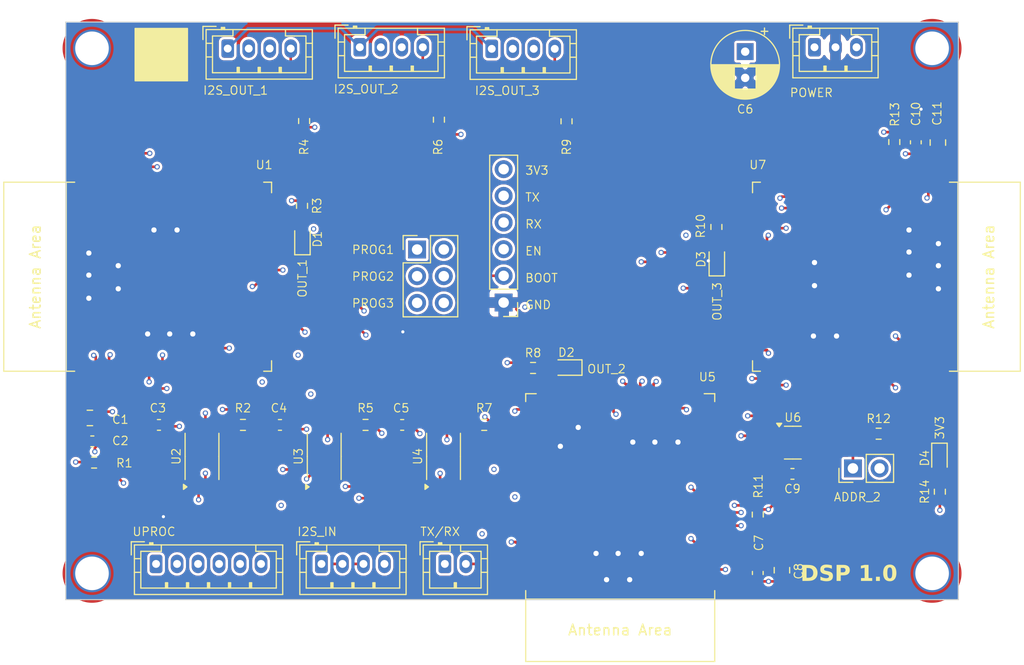
<source format=kicad_pcb>
(kicad_pcb (version 20240108) (generator "pcbnew") (generator_version "8.0")
  (layers (0 "F.Cu" signal) (1 "In1.Cu" signal) (2 "In2.Cu" signal) (31 "B.Cu" signal) (34 "B.Paste" user) (35 "F.Paste" user) (36 "B.SilkS" user "B.Silkscreen") (37 "F.SilkS" user "F.Silkscreen") (38 "B.Mask" user) (39 "F.Mask" user) (44 "Edge.Cuts" user))
  (net 0 "")
  (net 1 "GND")
  (net 2 "3V3")
  (net 3 "5V")
  (net 4 "Net-(D2-A)")
  (net 5 "I2S_IN_LRCLK")
  (net 6 "I2S_IN_DATA")
  (net 7 "I2S_IN_BCLK")
  (net 8 "I2S_OUT_1_DATA")
  (net 9 "I2S_OUT_2_DATA")
  (net 10 "I2S_OUT_3_DATA")
  (net 11 "I2S_IN_MCLK")
  (net 12 "Net-(D4-A)")
  (net 13 "EN1")
  (net 14 "EN")
  (net 15 "TX")
  (net 16 "RX")
  (net 17 "BOOT")
  (net 19 "ADDR")
  (net 20 "SCL")
  (net 21 "SDA")
  (net 22 "PROCESS_1")
  (net 23 "PROCESS_2")
  (net 24 "PROCESS_3")
  (net 25 "Net-(D1-A)")
  (net 26 "Net-(D3-A)")
  (net 45 "EN2")
  (net 46 "EN3")
  (net 47 "Net-(U3-OUT2)")
  (net 53 "Net-(U1-GPIO4{slash}TOUCH4{slash}ADC1_CH3)")
  (net 54 "I2S_BCLK")
  (net 55 "I2S_MCLK")
  (net 56 "I2S_LRCLK")
  (net 57 "I2S_OUT_MCLK")
  (net 60 "I2S_OUT_BCLK")
  (net 61 "I2S_OUT_LRCLK")
  (net 62 "Net-(U4-OUT2)")
  (net 63 "Net-(U2-OUT2)")
  (net 64 "Net-(U5-GPIO4{slash}TOUCH4{slash}ADC1_CH3)")
  (net 65 "Net-(U7-GPIO4{slash}TOUCH4{slash}ADC1_CH3)")
  (footprint "MountingHole:MountingHole_3.2mm_M3_DIN965_Pad_TopOnly" (layer "F.Cu") (at 31.1364 29.765)
    (property "Reference" "H1" (hide yes))
    (property "Value" "MountingHole")
  )
  (footprint "Connector_JST:JST_PH_B6B-PH-K_1x06_P2.00mm_Vertical" (layer "F.Cu") (at 37.2364 78.865)
    (property "Reference" "J1" (hide yes))
    (property "Value" "Conn_01x06_Pin")
  )
  (footprint "MountingHole:MountingHole_3.2mm_M3_DIN965_Pad_TopOnly" (layer "F.Cu") (at 111.1364 29.765)
    (property "Reference" "H3" (hide yes))
    (property "Value" "MountingHole")
  )
  (footprint "Resistor_SMD:R_0603_1608Metric" (layer "F.Cu") (at 90.5964 46.7775 -90)
    (property "Reference" "R10")
    (property "Value" "150R")
  )
  (footprint "Capacitor_SMD:C_0805_2012Metric_Pad1.18x1.45mm_HandSolder" (layer "F.Cu") (at 111.6864 38.74 90)
    (property "Reference" "C11")
    (property "Value" "10u")
  )
  (footprint "Resistor_SMD:R_0603_1608Metric" (layer "F.Cu") (at 64.1739 36.565 90)
    (property "Reference" "R6")
    (property "Value" "22R")
  )
  (footprint "Resistor_SMD:R_0603_1608Metric" (layer "F.Cu") (at 73.1364 60.205)
    (property "Reference" "R8")
    (property "Value" "150R")
  )
  (footprint "PCM_Espressif:ESP32-S3-WROOM-1" (layer "F.Cu") (at 81.4364 72.405 180)
    (property "Reference" "U5")
    (property "Value" "ESP32-S3-WROOM-1")
  )
  (footprint "Resistor_SMD:R_0603_1608Metric" (layer "F.Cu") (at 68.4864 65.6275)
    (property "Reference" "R7")
    (property "Value" "22R")
  )
  (footprint "Resistor_SMD:R_0603_1608Metric" (layer "F.Cu") (at 31.3364 69.215)
    (property "Reference" "R1")
    (property "Value" "4.7K")
  )
  (footprint "MountingHole:MountingHole_3.2mm_M3_DIN965_Pad_TopOnly" (layer "F.Cu") (at 111.1364 79.765)
    (property "Reference" "H4" (hide yes))
    (property "Value" "MountingHole")
  )
  (footprint "Connector_JST:JST_PH_B4B-PH-K_1x04_P2.00mm_Vertical" (layer "F.Cu") (at 69.2031 29.815)
    (property "Reference" "J7" (hide yes))
    (property "Value" "Conn_01x04_Pin")
  )
  (footprint "Resistor_SMD:R_0603_1608Metric" (layer "F.Cu") (at 57.1864 65.6275)
    (property "Reference" "R5")
    (property "Value" "22R")
  )
  (footprint "PCM_Espressif:ESP32-S3-WROOM-1" (layer "F.Cu") (at 103.7864 51.515 -90)
    (property "Reference" "U7")
    (property "Value" "ESP32-S3-WROOM-1")
  )
  (footprint "PCM_Espressif:ESP32-S3-WROOM-1" (layer "F.Cu") (at 38.4864 51.515 90)
    (property "Reference" "U1")
    (property "Value" "ESP32-S3-WROOM-1")
  )
  (footprint "Connector_PinHeader_2.54mm:PinHeader_1x02_P2.54mm_Vertical" (layer "F.Cu") (at 103.5964 69.765 90)
    (property "Reference" "J10" (hide yes))
    (property "Value" "Conn_01x02_Pin")
  )
  (footprint "Resistor_SMD:R_0603_1608Metric" (layer "F.Cu") (at 111.8764 71.99 90)
    (property "Reference" "R14")
    (property "Value" "150R")
  )
  (footprint "Capacitor_SMD:C_0805_2012Metric_Pad1.18x1.45mm_HandSolder" (layer "F.Cu") (at 96.8364 79.465 90)
    (property "Reference" "C8")
    (property "Value" "10u")
  )
  (footprint "Capacitor_SMD:C_0603_1608Metric_Pad1.08x0.95mm_HandSolder" (layer "F.Cu") (at 97.8364 70.29 180)
    (property "Reference" "C9")
    (property "Value" "0.1u")
  )
  (footprint "Capacitor_SMD:C_0603_1608Metric_Pad1.08x0.95mm_HandSolder" (layer "F.Cu") (at 49.0364 65.6275 180)
    (property "Reference" "C4")
    (property "Value" "0.1u")
  )
  (footprint "Connector_JST:JST_PH_B3B-PH-K_1x03_P2.00mm_Vertical" (layer "F.Cu") (at 99.9364 29.665)
    (property "Reference" "J9" (hide yes))
    (property "Value" "Conn_01x03_Pin")
  )
  (footprint "Package_TO_SOT_SMD:SOT-23-6" (layer "F.Cu") (at 97.8739 67.315)
    (property "Reference" "U6")
    (property "Value" "TMP100")
  )
  (footprint "Resistor_SMD:R_0603_1608Metric" (layer "F.Cu") (at 45.5114 65.6275)
    (property "Reference" "R2")
    (property "Value" "22R")
  )
  (footprint "Connector_JST:JST_PH_B4B-PH-K_1x04_P2.00mm_Vertical" (layer "F.Cu") (at 52.9864 78.865)
    (property "Reference" "J3" (hide yes))
    (property "Value" "Conn_01x04_Pin")
  )
  (footprint "Resistor_SMD:R_0603_1608Metric" (layer "F.Cu") (at 107.5364 38.69 -90)
    (property "Reference" "R13")
    (property "Value" "4.7K")
  )
  (footprint "Capacitor_SMD:C_0603_1608Metric_Pad1.08x0.95mm_HandSolder" (layer "F.Cu") (at 31.1664 67.19 180)
    (property "Reference" "C2")
    (property "Value" "0.1u")
  )
  (footprint "MountingHole:MountingHole_3.2mm_M3_DIN965_Pad_TopOnly" (layer "F.Cu") (at 31.1364 79.765)
    (property "Reference" "H2" (hide yes))
    (property "Value" "MountingHole")
  )
  (footprint "Connector_JST:JST_PH_B4B-PH-K_1x04_P2.00mm_Vertical" (layer "F.Cu") (at 56.6364 29.665)
    (property "Reference" "J4" (hide yes))
    (property "Value" "Conn_01x04_Pin")
  )
  (footprint "Connector_PinHeader_2.54mm:PinHeader_2x03_P2.54mm_Vertical" (layer "F.Cu") (at 62.0964 48.925)
    (property "Reference" "J5" (hide yes))
    (property "Value" "Conn_02x03_Odd_Even")
  )
  (footprint "Diode_SMD:D_0603_1608Metric" (layer "F.Cu") (at 111.8364 68.8525 -90)
    (property "Reference" "D4")
    (property "Value" "BLUE")
  )
  (footprint "Connector_PinHeader_2.54mm:PinHeader_1x06_P2.54mm_Vertical" (layer "F.Cu") (at 70.3364 53.975 180)
    (property "Reference" "J8" (hide yes))
    (property "Value" "Conn_01x06_Pin")
  )
  (footprint "Capacitor_THT:CP_Radial_D6.3mm_P2.50mm" (layer "F.Cu") (at 93.3364 30.082621 -90)
    (property "Reference" "C6")
    (property "Value" "220u")
  )
  (footprint "Diode_SMD:D_0603_1608Metric" (layer "F.Cu") (at 76.3114 60.165 180)
    (property "Reference" "D2")
    (property "Value" "BLUE")
  )
  (footprint "Capacitor_SMD:C_0805_2012Metric_Pad1.18x1.45mm_HandSolder" (layer "F.Cu") (at 30.9364 64.965 180)
    (property "Reference" "C1")
    (property "Value" "10u")
  )
  (footprint "Connector_JST:JST_PH_B2B-PH-K_1x02_P2.00mm_Vertical" (layer "F.Cu") (at 64.7364 78.865)
    (property "Reference" "J6" (hide yes))
    (property "Value" "Conn_01x02_Pin")
  )
  (footprint "Capacitor_SMD:C_0603_1608Metric_Pad1.08x0.95mm_HandSolder" (layer "F.Cu") (at 94.5364 79.7275 90)
    (property "Reference" "C7")
    (property "Value" "0.1u")
  )
  (footprint "Capacitor_SMD:C_0603_1608Metric_Pad1.08x0.95mm_HandSolder" (layer "F.Cu") (at 60.6739 65.6275 180)
    (property "Reference" "C5")
    (property "Value" "0.1u")
  )
  (footprint "Resistor_SMD:R_0603_1608Metric" (layer "F.Cu") (at 76.3241 36.715 90)
    (property "Reference" "R9")
    (property "Value" "22R")
  )
  (footprint "Capacitor_SMD:C_0603_1608Metric_Pad1.08x0.95mm_HandSolder" (layer "F.Cu") (at 37.5114 65.6275 180)
    (property "Reference" "C3")
    (property "Value" "0.1u")
  )
  (footprint "Capacitor_SMD:C_0603_1608Metric_Pad1.08x0.95mm_HandSolder" (layer "F.Cu") (at 109.5864 38.715 90)
    (property "Reference" "C10")
    (property "Value" "0.1u")
  )
  (footprint "Package_SO:TSSOP-8_4.4x3mm_P0.65mm" (layer "F.Cu") (at 64.6114 68.6275 90)
    (property "Reference" "U4")
    (property "Value" "PI6CV304")
  )
  (footprint "Diode_SMD:D_0603_1608Metric" (layer "F.Cu") (at 90.6364 49.9525 90)
    (property "Reference" "D3")
    (property "Value" "BLUE")
  )
  (footprint "Package_SO:TSSOP-8_4.4x3mm_P0.65mm" (layer "F.Cu") (at 41.6114 68.6275 90)
    (property "Reference" "U2")
    (property "Value" "PI6CV304")
  )
  (footprint "Diode_SMD:D_0603_1608Metric" (layer "F.Cu") (at 51.1764 47.94 90)
    (property "Reference" "D1")
    (property "Value" "BLUE")
  )
  (footprint "Connector_JST:JST_PH_B4B-PH-K_1x04_P2.00mm_Vertical" (layer "F.Cu") (at 44.0614 29.79)
    (property "Reference" "J2" (hide yes))
    (property "Value" "Conn_01x04_Pin")
  )
  (footprint "Package_SO:TSSOP-8_4.4x3mm_P0.65mm" (layer "F.Cu") (at 53.2489 68.6275 90)
    (property "Reference" "U3")
    (property "Value" "PI6CV304")
  )
  (footprint "Resistor_SMD:R_0603_1608Metric" (layer "F.Cu") (at 106.0464 66.465)
    (property "Reference" "R12")
    (property "Value" "4.7K")
  )
  (footprint "Resistor_SMD:R_0603_1608Metric" (layer "F.Cu") (at 51.3364 36.69 90)
    (property "Reference" "R4")
    (property "Value" "22R")
  )
  (footprint "Resistor_SMD:R_0603_1608Metric" (layer "F.Cu") (at 94.5364 74.165 -90)
    (property "Reference" "R11")
    (property "Value" "4.7K")
  )
  (footprint "Resistor_SMD:R_0603_1608Metric" (layer "F.Cu") (at 51.1364 44.765 -90)
    (property "Reference" "R3")
    (property "Value" "150R")
  )
  (gr_rect (start 35.2364 27.865) (end 40.2364 32.865) (stroke (width 0.1)) (fill solid) (layer "F.SilkS"))
  (gr_line (start 28.6364 72.265) (end 28.6364 27.265) (stroke (width 0.1)) (layer "Edge.Cuts"))
  (gr_line (start 28.6364 82.265) (end 28.6364 72.265) (stroke (width 0.1)) (layer "Edge.Cuts"))
  (gr_line (start 113.6364 82.265) (end 113.6364 27.265) (stroke (width 0.1)) (layer "Edge.Cuts"))
  (gr_line (start 28.6364 27.265) (end 113.6364 27.265) (stroke (width 0.1)) (layer "Edge.Cuts"))
  (gr_line (start 28.6364 82.265) (end 113.6364 82.265) (stroke (width 0.1)) (layer "Edge.Cuts"))
  (gr_text "3V3" (at 112.3364 67.065 90) (layer "F.SilkS") (effects (font (size 0.8 0.8) (thickness 0.1)) (justify left bottom)))
  (gr_text "DSP 1.0" (at 107.8364 80.74 0) (layer "F.SilkS") (effects (font (size 1.5 1.5) (thickness 0.1) (bold yes)) (justify right bottom)))
  (gr_text "I2S_OUT_3" (at 67.5364 34.265 0) (layer "F.SilkS") (effects (font (size 0.8 0.8) (thickness 0.1)) (justify left bottom)))
  (gr_text "I2S_IN" (at 50.6364 76.265 0) (layer "F.SilkS") (effects (font (size 0.8 0.8) (thickness 0.1)) (justify left bottom)))
  (gr_text "ADDR_2" (at 101.7214 72.965 0) (layer "F.SilkS") (effects (font (size 0.8 0.8) (thickness 0.1)) (justify left bottom)))
  (gr_text "3V3\n" (at 72.3364 41.865 0) (layer "F.SilkS") (effects (font (size 0.8 0.8) (thickness 0.1)) (justify left bottom)))
  (gr_text "OUT_2\n" (at 78.2364 60.773 0) (layer "F.SilkS") (effects (font (size 0.8 0.8) (thickness 0.1)) (justify left bottom)))
  (gr_text "PROG3" (at 55.8364 54.515 0) (layer "F.SilkS") (effects (font (size 0.8 0.8) (thickness 0.1)) (justify left bottom)))
  (gr_text "OUT_1" (at 51.6364 53.565 90) (layer "F.SilkS") (effects (font (size 0.8 0.8) (thickness 0.1)) (justify left bottom)))
  (gr_text "EN" (at 72.3364 49.545 0) (layer "F.SilkS") (effects (font (size 0.8 0.8) (thickness 0.1)) (justify left bottom)))
  (gr_text "PROG1\n" (at 55.8364 49.415 0) (layer "F.SilkS") (effects (font (size 0.8 0.8) (thickness 0.1)) (justify left bottom)))
  (gr_text "BOOT\n" (at 72.3364 52.105 0) (layer "F.SilkS") (effects (font (size 0.8 0.8) (thickness 0.1)) (justify left bottom)))
  (gr_text "OUT_3" (at 91.1364 55.765 90) (layer "F.SilkS") (effects (font (size 0.8 0.8) (thickness 0.1)) (justify left bottom)))
  (gr_text "I2S_OUT_1" (at 41.6614 34.24 0) (layer "F.SilkS") (effects (font (size 0.8 0.8) (thickness 0.1)) (justify left bottom)))
  (gr_text "RX" (at 72.3364 46.985 0) (layer "F.SilkS") (effects (font (size 0.8 0.8) (thickness 0.1)) (justify left bottom)))
  (gr_text "PROG2" (at 55.8364 51.965 0) (layer "F.SilkS") (effects (font (size 0.8 0.8) (thickness 0.1)) (justify left bottom)))
  (gr_text "I2S_OUT_2" (at 54.0989 34.115 0) (layer "F.SilkS") (effects (font (size 0.8 0.8) (thickness 0.1)) (justify left bottom)))
  (gr_text "TX/RX" (at 62.3364 76.265 0) (layer "F.SilkS") (effects (font (size 0.8 0.8) (thickness 0.1)) (justify left bottom)))
  (gr_text "UPROC" (at 34.9364 76.265 0) (layer "F.SilkS") (effects (font (size 0.8 0.8) (thickness 0.1)) (justify left bottom)))
  (gr_text "POWER" (at 97.5364 34.465 0) (layer "F.SilkS") (effects (font (size 0.8 0.8) (thickness 0.1)) (justify left bottom)))
  (gr_text "TX\n" (at 72.3364 44.425 0) (layer "F.SilkS") (effects (font (size 0.8 0.8) (thickness 0.1)) (justify left bottom)))
  (gr_text "GND\n" (at 72.3364 54.665 0) (layer "F.SilkS") (effects (font (size 0.8 0.8) (thickness 0.1)) (justify left bottom)))
  (segment (start 112.8368 40.8479) (end 112.0464 41.6383) (width 0.25) (layer "F.Cu") (net 1))
  (segment (start 38.3598 53.015) (end 38.7731 53.015) (width 0.25) (layer "F.Cu") (net 1))
  (segment (start 103.0864 49.0283) (end 103.4997 48.615) (width 0.25) (layer "F.Cu") (net 1))
  (segment (start 65.5864 71.49) (end 65.5864 70.6128) (width 0.25) (layer "F.Cu") (net 1))
  (segment (start 82.9364 72.945) (end 82.9364 73.5183) (width 0.25) (layer "F.Cu") (net 1))
  (segment (start 58.6036 67.1103) (end 59.0582 67.1103) (width 0.25) (layer "F.Cu") (net 1))
  (segment (start 43.3799 70.6965) (end 40.4073 67.724) (width 0.25) (layer "F.Cu") (net 1))
  (segment (start 70.3364 53.965) (end 71.5631 53.965) (width 0.25) (layer "F.Cu") (net 1))
  (segment (start 36.2087 66.0677) (end 30.3039 66.0677) (width 0.25) (layer "F.Cu") (net 1))
  (segment (start 39.3464 51.615) (end 40.1731 51.615) (width 0.25) (layer "F.Cu") (net 1))
  (segment (start 62.0508 67.0772) (end 59.8114 67.0772) (width 0.25) (layer "F.Cu") (net 1))
  (segment (start 42.9881 57.23) (end 47.9864 57.23) (width 0.25) (layer "F.Cu") (net 1))
  (segment (start 47.9864 44.53) (end 46.9856 44.53) (width 0.25) (layer "F.Cu") (net 1))
  (segment (start 104.3264 50.015) (end 105.7264 50.015) (width 0.25) (layer "F.Cu") (net 1))
  (segment (start 30.2264 64.6375) (end 30.2264 60.265) (width 0.25) (layer "F.Cu") (net 1))
  (segment (start 102.9264 48.765) (end 102.9264 49.0283) (width 0.25) (layer "F.Cu") (net 1))
  (segment (start 92.7364 80.665) (end 94.5364 78.865) (width 0.25) (layer "F.Cu") (net 1))
  (segment (start 112.0464 42.765) (end 112.0464 41.6383) (width 0.25) (layer "F.Cu") (net 1))
  (segment (start 110.0855 35.565) (end 109.5864 36.0641) (width 0.25) (layer "F.Cu") (net 1))
  (segment (start 54.7046 71.0093) (end 54.2239 71.49) (width 0.25) (layer "F.Cu") (net 1))
  (segment (start 82.9364 71.545) (end 84.3364 71.545) (width 0.25) (layer "F.Cu") (net 1))
  (segment (start 74.8498 64.0317) (end 74.4514 64.0317) (width 0.25) (layer "F.Cu") (net 1))
  (segment (start 103.9131 48.615) (end 103.4997 48.615) (width 0.25) (layer "F.Cu") (net 1))
  (segment (start 51.1764 48.7275) (end 49.1131 46.6642) (width 0.25) (layer "F.Cu") (net 1))
  (segment (start 40.1731 51.2166) (end 40.1731 51.615) (width 0.25) (layer "F.Cu") (net 1))
  (segment (start 38.7454 67.724) (end 36.6489 65.6275) (width 0.25) (layer "F.Cu") (net 1))
  (segment (start 59.8114 67.0772) (end 59.8114 65.6275) (width 0.25) (layer "F.Cu") (net 1))
  (segment (start 84.3364 71.545) (end 84.3364 72.1183) (width 0.25) (layer "F.Cu") (net 1))
  (segment (start 102.9264 49.0283) (end 103.0864 49.0283) (width 0.25) (layer "F.Cu") (net 1))
  (segment (start 38.3598 53.015) (end 37.9464 53.015) (width 0.25) (layer "F.Cu") (net 1))
  (segment (start 94.5364 78.865) (end 96.3989 78.865) (width 0.25) (layer "F.Cu") (net 1))
  (segment (start 50.7409 67.0457) (end 49.3171 67.0457) (width 0.25) (layer "F.Cu") (net 1))
  (segment (start 36.5464 54.415) (end 34.9497 54.415) (width 0.25) (layer "F.Cu") (net 1))
  (segment (start 104.3264 50.015) (end 104.3264 50.8417) (width 0.25) (layer "F.Cu") (net 1))
  (segment (start 37.9464 51.615) (end 36.5464 51.615) (width 0.25) (layer "F.Cu") (net 1))
  (segment (start 102.9264 50.015) (end 104.3264 50.015) (width 0.25) (layer "F.Cu") (net 1))
  (segment (start 90.1864 80.665) (end 92.7364 80.665) (width 0.25) (layer "F.Cu") (net 1))
  (segment (start 30.2264 60.265) (end 30.2264 59.1383) (width 0.25) (layer "F.Cu") (net 1))
  (segment (start 30.3039 65.37) (end 30.3039 66.0677) (width 0.25) (layer "F.Cu") (net 1))
  (segment (start 102.9264 49.0283) (end 102.9264 49.4417) (width 0.25) (layer "F.Cu") (net 1))
  (segment (start 81.5364 72.945) (end 82.9364 72.945) (width 0.25) (layer "F.Cu") (net 1))
  (segment (start 82.9364 74.345) (end 84.3364 74.345) (width 0.25) (layer "F.Cu") (net 1))
  (segment (start 39.3464 53.015) (end 39.3464 54.415) (width 0.25) (layer "F.Cu") (net 1))
  (segment (start 54.7046 71.0093) (end 58.6036 67.1103) (width 0.25) (layer "F.Cu") (net 1))
  (segment (start 39.3464 52.6016) (end 39.3464 52.1883) (width 0.25) (layer "F.Cu") (net 1))
  (segment (start 102.9264 51.415) (end 104.3264 51.415) (width 0.25) (layer "F.Cu") (net 1))
  (segment (start 37.9464 53.015) (end 36.5464 53.015) (width 0.25) (layer "F.Cu") (net 1))
  (segment (start 54.7046 71.0093) (end 50.7409 67.0457) (width 0.25) (layer "F.Cu") (net 1))
  (segment (start 75.4856 61.7783) (end 74.4514 61.7783) (width 0.25) (layer "F.Cu") (net 1))
  (segment (start 39.1865 52.6016) (end 38.7731 53.015) (width 0.25) (layer "F.Cu") (net 1))
  (segment (start 39.3464 53.015) (end 39.3464 52.6016) (width 0.25) (layer "F.Cu") (net 1))
  (segment (start 71.5631 54.6292) (end 71.5631 53.965) (width 0.25) (layer "F.Cu") (net 1))
  (segment (start 43.3799 70.6965) (end 48.1739 65.9025) (width 0.25) (layer "F.Cu") (net 1))
  (segment (start 38.7731 54.415) (end 39.3464 54.415) (width 0.25) (layer "F.Cu") (net 1))
  (segment (start 105.7264 51.415) (end 105.7264 52.2417) (width 0.25) (layer "F.Cu") (net 1))
  (segment (start 104.3264 51.415) (end 105.7264 51.415) (width 0.25) (layer "F.Cu") (net 1))
  (segment (start 77.0989 60.165) (end 71.5631 54.6292) (width 0.25) (layer "F.Cu") (net 1))
  (segment (start 39.3464 54.415) (end 40.1731 54.415) (width 0.25) (layer "F.Cu") (net 1))
  (segment (start 38.3598 54.415) (end 37.9464 54.415) (width 0.25) (layer "F.Cu") (net 1))
  (segment (start 82.9364 72.945) (end 84.3364 72.945) (width 0.25) (layer "F.Cu") (net 1))
  (segment (start 59.0582 67.1103) (end 59.0913 67.0772) (width 0.25) (layer "F.Cu") (net 1))
  (segment (start 42.5864 71.49) (end 43.3799 70.6965) (width 0.25) (layer "F.Cu") (net 1))
  (segment (start 102.9264 50.015) (end 102.9264 49.4417) (width 0.25) (layer "F.Cu") (net 1))
  (segment (start 82.9364 71.545) (end 81.5364 71.545) (width 0.25) (layer "F.Cu") (net 1))
  (segment (start 84.3364 72.945) (end 84.3364 72.1183) (width 0.25) (layer "F.Cu") (net 1))
  (segment (start 59.0913 67.0772) (end 59.8114 67.0772) (width 0.25) (layer "F.Cu") (net 1))
  (segment (start 90.6364 50.74) (end 93.1597 48.2167) (width 0.25) (layer "F.Cu") (net 1))
  (segment (start 39.3464 51.615) (end 37.9464 51.615) (width 0.25) (layer "F.Cu") (net 1))
  (segment (start 104.3264 51.415) (end 104.3264 50.8417) (width 0.25) (layer "F.Cu") (net 1))
  (segment (start 74.4514 62.905) (end 74.4514 64.0317) (width 0.25) (layer "F.Cu") (net 1))
  (segment (start 82.9364 74.345) (end 82.9364 73.5183) (width 0.25) (layer "F.Cu") (net 1))
  (segment (start 112.8368 39.1763) (end 112.8368 40.8479) (width 0.25) (layer "F.Cu") (net 1))
  (segment (start 77.0989 60.165) (end 75.4856 61.7783) (width 0.25) (layer "F.Cu") (net 1))
  (segment (start 30.3039 66.0677) (end 30.3039 67.19) (width 0.25) (layer "F.Cu") (net 1))
  (segment (start 109.5864 36.0641) (end 109.5864 37.8525) (width 0.25) (layer "F.Cu") (net 1))
  (segment (start 89.7489 80.665) (end 89.0597 80.665) (width 0.25) (layer "F.Cu") (net 1))
  (segment (start 65.5864 70.6128) (end 62.0508 67.0772) (width 0.25) (layer "F.Cu") (net 1))
  (segment (start 40.4073 67.724) (end 38.7454 67.724) (width 0.25) (layer "F.Cu") (net 1))
  (segment (start 38.3598 54.415) (end 38.7731 54.415) (width 0.25) (layer "F.Cu") (net 1))
  (segment (start 74.4514 62.8246) (end 74.4514 61.7783) (width 0.25) (layer "F.Cu") (net 1))
  (segment (start 39.3464 52.6016) (end 39.1865 52.6016) (width 0.25) (layer "F.Cu") (net 1))
  (segment (start 109.5864 37.8525) (end 111.321 37.8525) (width 0.25) (layer "F.Cu") (net 1))
  (segment (start 81.5364 74.345) (end 82.9364 74.345) (width 0.25) (layer "F.Cu") (net 1))
  (segment (start 59.8114 65.6275) (end 62.6143 62.8246) (width 0.25) (layer "F.Cu") (net 1))
  (segment (start 94.2864 45.8) (end 93.1597 45.8) (width 0.25) (layer "F.Cu") (net 1))
  (segment (start 93.1597 48.2167) (end 93.1597 45.8) (width 0.25) (layer "F.Cu") (net 1))
  (segment (start 39.3464 51.615) (end 39.3464 52.1883) (width 0.25) (layer "F.Cu") (net 1))
  (segment (start 49.3171 67.0457) (end 48.1739 65.9025) (width 0.25) (layer "F.Cu") (net 1))
  (segment (start 46.9856 44.53) (end 46.8597 44.53) (width 0.25) (layer "F.Cu") (net 1))
  (segment (start 89.8255 50.0007) (end 90.5648 50.74) (width 0.25) (layer "F.Cu") (net 1))
  (segment (start 47.9864 44.53) (end 49.1131 44.53) (width 0.25) (layer "F.Cu") (net 1))
  (segment (start 49.1131 46.6642) (end 49.1131 44.53) (width 0.25) (layer "F.Cu") (net 1))
  (segment (start 103.9131 48.615) (end 104.3264 48.615) (width 0.25) (layer "F.Cu") (net 1))
  (segment (start 111.513 37.8525) (end 112.8368 39.1763) (width 0.25) (layer "F.Cu") (net 1))
  (segment (start 104.3264 48.615) (end 105.7264 48.615) (width 0.25) (layer "F.Cu") (net 1))
  (segment (start 37.9464 54.415) (end 36.5464 54.415) (width 0.25) (layer "F.Cu") (net 1))
  (segment (start 62.6143 62.8246) (end 74.4514 62.8246) (width 0.25) (layer "F.Cu") (net 1))
  (segment (start 81.5364 71.545) (end 81.5364 70.7183) (width 0.25) (layer "F.Cu") (net 1))
  (segment (start 36.6489 65.6275) (end 36.2087 66.0677) (width 0.25) (layer "F.Cu") (net 1))
  (via (at 38.5364 56.965) (size 1) (drill 0.5) (layers "F.Cu" "B.Cu") (net 1))
  (via (at 82.6364 67.265) (size 1) (drill 0.5) (layers "F.Cu" "B.Cu") (net 1))
  (via (at 37.0364 47.065) (size 1) (drill 0.5) (layers "F.Cu" "B.Cu") (net 1))
  (via (at 86.9364 67.265) (size 1) (drill 0.5) (layers "F.Cu" "B.Cu") (net 1))
  (via (at 82.3364 80.365) (size 1) (drill 0.5) (layers "F.Cu" "B.Cu") (net 1))
  (via (at 89.8255 50.0007) (size 0.5) (drill 0.3) (layers "F.Cu" "B.Cu") (net 1))
  (via (at 60.7364 56.765) (size 0.5) (drill 0.3) (layers "F.Cu" "B.Cu") (net 1))
  (via (at 84.7364 67.265) (size 1) (drill 0.5) (layers "F.Cu" "B.Cu") (net 1))
  (via (at 111.7364 52.665) (size 1) (drill 0.5) (layers "F.Cu" "B.Cu") (net 1))
  (via (at 80.1364 80.365) (size 1) (drill 0.5) (layers "F.Cu" "B.Cu") (net 1))
  (via (at 33.6364 50.465) (size 1) (drill 0.5) (layers "F.Cu" "B.Cu") (net 1))
  (via (at 77.4364 65.865) (size 1) (drill 0.5) (layers "F.Cu" "B.Cu") (net 1))
  (via (at 81.2364 77.865) (size 1) (drill 0.5) (layers "F.Cu" "B.Cu") (net 1))
  (via (at 99.9364 52.365) (size 1) (drill 0.5) (layers "F.Cu" "B.Cu") (net 1))
  (via (at 79.1364 77.865) (size 1) (drill 0.5) (layers "F.Cu" "B.Cu") (net 1))
  (via (at 36.4364 56.965) (size 1) (drill 0.5) (layers "F.Cu" "B.Cu") (net 1))
  (via (at 108.9364 51.365) (size 1) (drill 0.5) (layers "F.Cu" "B.Cu") (net 1))
  (via (at 83.4364 77.865) (size 1) (drill 0.5) (layers "F.Cu" "B.Cu") (net 1))
  (via (at 99.9364 50.165) (size 1) (drill 0.5) (layers "F.Cu" "B.Cu") (net 1))
  (via (at 37.9364 74.365) (size 0.5) (drill 0.3) (layers "F.Cu" "B.Cu") (net 1))
  (via (at 40.7364 56.965) (size 1) (drill 0.5) (layers "F.Cu" "B.Cu") (net 1))
  (via (at 99.8364 57.165) (size 1) (drill 0.5) (layers "F.Cu" "B.Cu") (net 1))
  (via (at 30.8364 49.265) (size 1) (drill 0.5) (layers "F.Cu" "B.Cu") (net 1))
  (via (at 75.7364 67.665) (size 1) (drill 0.5) (layers "F.Cu" "B.Cu") (net 1))
  (via (at 108.9364 49.165) (size 1) (drill 0.5) (layers "F.Cu" "B.Cu") (net 1))
  (via (at 30.8364 53.565) (size 1) (drill 0.5) (layers "F.Cu" "B.Cu") (net 1))
  (via (at 30.8364 51.365) (size 1) (drill 0.5) (layers "F.Cu" "B.Cu") (net 1))
  (via (at 110.0855 35.565) (size 0.5) (drill 0.3) (layers "F.Cu" "B.Cu") (net 1))
  (via (at 39.2364 47.065) (size 1) (drill 0.5) (layers "F.Cu" "B.Cu") (net 1))
  (via (at 33.6364 52.665) (size 1) (drill 0.5) (layers "F.Cu" "B.Cu") (net 1))
  (via (at 111.7364 50.465) (size 1) (drill 0.5) (layers "F.Cu" "B.Cu") (net 1))
  (via (at 108.9364 47.065) (size 1) (drill 0.5) (layers "F.Cu" "B.Cu") (net 1))
  (via (at 102.0364 57.165) (size 1) (drill 0.5) (layers "F.Cu" "B.Cu") (net 1))
  (via (at 111.7364 48.365) (size 1) (drill 0.5) (layers "F.Cu" "B.Cu") (net 1))
  (segment (start 87.1514 62.905) (end 87.1514 64.0317) (width 0.25) (layer "F.Cu") (net 2))
  (segment (start 31.4098 68.176) (end 31.4098 67.8091) (width 0.25) (layer "F.Cu") (net 2))
  (segment (start 51.5687 70.7732) (end 51.9665 70.3754) (width 0.25) (layer "F.Cu") (net 2))
  (segment (start 110.7764 42.765) (end 110.7764 43.8917) (width 0.25) (layer "F.Cu") (net 2))
  (segment (start 31.4306 59.1383) (end 31.4964 59.1383) (width 0.25) (layer "F.Cu") (net 2))
  (segment (start 111.6864 39.7775) (end 109.7864 39.7775) (width 0.25) (layer "F.Cu") (net 2))
  (segment (start 33.086 64.365) (end 32.5739 64.365) (width 0.25) (layer "F.Cu") (net 2))
  (segment (start 98.6989 70.5261) (end 95.5479 73.6771) (width 0.25) (layer "F.Cu") (net 2))
  (segment (start 95.5479 73.6771) (end 94.8735 73.6771) (width 0.25) (layer "F.Cu") (net 2))
  (segment (start 95.5614 80.528) (end 96.8109 80.528) (width 0.25) (layer "F.Cu") (net 2))
  (segment (start 111.8764 73.7489) (end 111.8764 72.815) (width 0.25) (layer "F.Cu") (net 2))
  (segment (start 110.6495 44.0186) (end 110.7764 43.8917) (width 0.25) (layer "F.Cu") (net 2))
  (segment (start 87.5985 64.0317) (end 87.1514 64.0317) (width 0.25) (layer "F.Cu") (net 2))
  (segment (start 95.5614 80.528) (end 94.5984 80.528) (width 0.25) (layer "F.Cu") (net 2))
  (segment (start 94.8735 73.6771) (end 94.5364 73.34) (width 0.25) (layer "F.Cu") (net 2))
  (segment (start 31.4098 67.8091) (end 32.0289 67.19) (width 0.25) (layer "F.Cu") (net 2))
  (segment (start 99.0114 68.265) (end 99.0114 69.9775) (width 0.25) (layer "F.Cu") (net 2))
  (segment (start 91.455 79.395) (end 90.1864 79.395) (width 0.25) (layer "F.Cu") (net 2))
  (segment (start 53.5739 67.0253) (end 53.5739 65.765) (width 0.25) (layer "F.Cu") (net 2))
  (segment (start 51.5687 66.0339) (end 50.3053 66.0339) (width 0.25) (layer "F.Cu") (net 2))
  (segment (start 64.9364 65.765) (end 64.9364 67.033) (width 0.25) (layer "F.Cu") (net 2))
  (segment (start 64.2864 70.2395) (end 64.2864 71.49) (width 0.25) (layer "F.Cu") (net 2))
  (segment (start 52.5995 70.3754) (end 52.9239 70.6998) (width 0.25) (layer "F.Cu") (net 2))
  (segment (start 95.4131 58.6566) (end 95.5548 58.7983) (width 0.25) (layer "F.Cu") (net 2))
  (segment (start 62.3602 66.4513) (end 61.5364 65.6275) (width 0.25) (layer "F.Cu") (net 2))
  (segment (start 94.2864 58.5) (end 95.4131 58.5) (width 0.25) (layer "F.Cu") (net 2))
  (segment (start 50.3053 66.0339) (end 49.8989 65.6275) (width 0.25) (layer "F.Cu") (net 2))
  (segment (start 87.7431 64.1763) (end 87.5985 64.0317) (width 0.25) (layer "F.Cu") (net 2))
  (segment (start 31.2967 59.0044) (end 31.4306 59.1383) (width 0.25) (layer "F.Cu") (net 2))
  (segment (start 32.5739 64.365) (end 31.9739 64.965) (width 0.25) (layer "F.Cu") (net 2))
  (segment (start 31.4964 60.265) (end 31.4964 59.1383) (width 0.25) (layer "F.Cu") (net 2))
  (segment (start 41.2864 72.7525) (end 41.2864 71.49) (width 0.25) (layer "F.Cu") (net 2))
  (segment (start 106.5331 37.7462) (end 107.4176 37.7462) (width 0.25) (layer "F.Cu") (net 2))
  (segment (start 52.9239 70.6998) (end 52.9239 71.49) (width 0.25) (layer "F.Cu") (net 2))
  (segment (start 51.9665 70.3754) (end 52.5995 70.3754) (width 0.25) (layer "F.Cu") (net 2))
  (segment (start 39.4561 65.7644) (end 38.5108 65.7644) (width 0.25) (layer "F.Cu") (net 2))
  (segment (start 108.5977 39.8105) (end 109.3534 39.8105) (width 0.25) (layer "F.Cu") (net 2))
  (segment (start 41.9364 64.5026) (end 41.9364 65.765) (width 0.25) (layer "F.Cu") (net 2))
  (segment (start 29.5815 69.165) (end 30.4614 69.165) (width 0.25) (layer "F.Cu") (net 2))
  (segment (start 95.4131 58.5) (end 95.4131 58.6566) (width 0.25) (layer "F.Cu") (net 2))
  (via (at 110.6495 44.0186) (size 0.5) (drill 0.3) (layers "F.Cu" "B.Cu") (net 2))
  (via (at 106.5331 37.7462) (size 0.5) (drill 0.3) (layers "F.Cu" "B.Cu") (net 2))
  (via (at 41.2864 72.7525) (size 0.5) (drill 0.3) (layers "F.Cu" "B.Cu") (net 2))
  (via (at 95.5479 73.6771) (size 0.5) (drill 0.3) (layers "F.Cu" "B.Cu") (net 2))
  (via (at 95.5614 80.528) (size 0.5) (drill 0.3) (layers "F.Cu" "B.Cu") (net 2))
  (via (at 64.9364 67.033) (size 0.5) (drill 0.3) (layers "F.Cu" "B.Cu") (net 2))
  (via (at 108.5977 39.8105) (size 0.5) (drill 0.3) (layers "F.Cu" "B.Cu") (net 2))
  (via (at 91.455 79.395) (size 0.5) (drill 0.3) (layers "F.Cu" "B.Cu") (net 2))
  (via (at 29.5815 69.165) (size 0.5) (drill 0.3) (layers "F.Cu" "B.Cu") (net 2))
  (via (at 31.4098 68.176) (size 0.5) (drill 0.3) (layers "F.Cu" "B.Cu") (net 2))
  (via (at 41.9364 64.5026) (size 0.5) (drill 0.3) (layers "F.Cu" "B.Cu") (net 2))
  (via (at 62.3602 66.4513) (size 0.5) (drill 0.3) (layers "F.Cu" "B.Cu") (net 2))
  (via (at 95.5548 58.7983) (size 0.5) (drill 0.3) (layers "F.Cu" "B.Cu") (net 2))
  (via (at 39.4561 65.7644) (size 0.5) (drill 0.3) (layers "F.Cu" "B.Cu") (net 2))
  (via (at 33.086 64.365) (size 0.5) (drill 0.3) (layers "F.Cu" "B.Cu") (net 2))
  (via (at 51.5687 70.7732) (size 0.5) (drill 0.3) (layers "F.Cu" "B.Cu") (net 2))
  (via (at 51.5687 66.0339) (size 0.5) (drill 0.3) (layers "F.Cu" "B.Cu") (net 2))
  (via (at 111.8764 73.7489) (size 0.5) (drill 0.3) (layers "F.Cu" "B.Cu") (net 2))
  (via (at 87.7431 64.1763) (size 0.5) (drill 0.3) (layers "F.Cu" "B.Cu") (net 2))
  (via (at 53.5739 67.0253) (size 0.5) (drill 0.3) (layers "F.Cu" "B.Cu") (net 2))
  (via (at 64.2864 70.2395) (size 0.5) (drill 0.3) (layers "F.Cu" "B.Cu") (net 2))
  (via (at 31.2967 59.0044) (size 0.5) (drill 0.3) (layers "F.Cu" "B.Cu") (net 2))
  (segment (start 75.5239 60.165) (end 74.0014 60.165) (width 0.25) (layer "F.Cu") (net 4))
  (segment (start 56.0097 77.8883) (end 56.0097 78.865) (width 0.25) (layer "F.Cu") (net 5))
  (segment (start 56.9864 78.865) (end 56.0097 78.865) (width 0.25) (layer "F.Cu") (net 5))
  (segment (start 52.2739 71.49) (end 52.2739 74.1525) (width 0.25) (layer "F.Cu") (net 5))
  (segment (start 52.2739 74.1525) (end 56.0097 77.8883) (width 0.25) (layer "F.Cu") (net 5))
  (segment (start 84.8586 61.4876) (end 84.6114 61.7348) (width 0.25) (layer "F.Cu") (net 6))
  (segment (start 94.2864 48.34) (end 95.4131 48.34) (width 0.25) (layer "F.Cu") (net 6))
  (segment (start 95.4131 48.34) (end 95.4131 47.6942) (width 0.25) (layer "F.Cu") (net 6))
  (segment (start 54.8401 54.69) (end 57.2151 57.065) (width 0.25) (layer "F.Cu") (net 6))
  (segment (start 95.4131 47.6942) (end 95.5407 47.5666) (width 0.25) (layer "F.Cu") (net 6))
  (segment (start 47.9864 54.69) (end 54.8401 54.69) (width 0.25) (layer "F.Cu") (net 6))
  (segment (start 84.6114 61.7348) (end 84.6114 62.905) (width 0.25) (layer "F.Cu") (net 6))
  (via (at 57.2151 57.065) (size 0.5) (drill 0.3) (layers "F.Cu" "B.Cu") (net 6))
  (via (at 87.6931 47.565) (size 0.5) (drill 0.3) (layers "F.Cu" "B.Cu") (net 6))
  (via (at 84.8586 61.4876) (size 0.5) (drill 0.3) (layers "F.Cu" "B.Cu") (net 6))
  (via (at 95.5407 47.5666) (size 0.5) (drill 0.3) (layers "F.Cu" "B.Cu") (net 6))
  (segment (start 54.0097 77.9626) (end 54.0097 78.865) (width 0.25) (layer "F.Cu") (net 7))
  (segment (start 53.0616 77.0145) (end 54.0097 77.9626) (width 0.25) (layer "F.Cu") (net 7))
  (segment (start 40.6364 71.49) (end 40.6364 73.0796) (width 0.25) (layer "F.Cu") (net 7))
  (segment (start 54.9864 78.865) (end 54.0097 78.865) (width 0.25) (layer "F.Cu") (net 7))
  (segment (start 44.5713 77.0145) (end 53.0616 77.0145) (width 0.25) (layer "F.Cu") (net 7))
  (segment (start 40.6364 73.0796) (end 44.5713 77.0145) (width 0.25) (layer "F.Cu") (net 7))
  (segment (start 50.0614 29.79) (end 50.0614 34.59) (width 0.25) (layer "F.Cu") (net 8))
  (segment (start 50.0614 34.59) (end 51.3364 35.865) (width 0.25) (layer "F.Cu") (net 8))
  (segment (start 62.6364 29.665) (end 62.6364 34.2025) (width 0.25) (layer "F.Cu") (net 9))
  (segment (start 62.6364 34.2025) (end 64.1739 35.74) (width 0.25) (layer "F.Cu") (net 9))
  (segment (start 75.2031 34.769) (end 76.3241 35.89) (width 0.25) (layer "F.Cu") (net 10))
  (segment (start 75.2031 29.815) (end 75.2031 34.769) (width 0.25) (layer "F.Cu") (net 10))
  (segment (start 63.6364 71.49) (end 55.263 71.49) (width 0.25) (layer "F.Cu") (net 11))
  (via (at 55.263 71.49) (size 0.5) (drill 0.3) (layers "F.Cu" "B.Cu") (net 11))
  (segment (start 111.8364 69.64) (end 111.8364 71.125) (width 0.25) (layer "F.Cu") (net 12))
  (segment (start 32.1864 69.215) (end 34.1364 71.165) (width 0.25) (layer "F.Cu") (net 13))
  (segment (start 32.7664 59.0343) (end 32.7664 60.265) (width 0.25) (layer "F.Cu") (net 13))
  (segment (start 32.8607 58.94) (end 32.7664 59.0343) (width 0.25) (layer "F.Cu") (net 13))
  (via (at 32.8607 58.94) (size 0.5) (drill 0.3) (layers "F.Cu" "B.Cu") (net 13))
  (via (at 34.1364 71.165) (size 0.5) (drill 0.3) (layers "F.Cu" "B.Cu") (net 13))
  (segment (start 108.2364 60.265) (end 108.2364 57.7502) (width 0.25) (layer "F.Cu") (net 15))
  (segment (start 71.0686 76.7782) (end 71.4829 76.7782) (width 0.25) (layer "F.Cu") (net 15))
  (segment (start 36.0364 39.765) (end 36.6364 39.765) (width 0.25) (layer "F.Cu") (net 15))
  (segment (start 34.0364 42.765) (end 34.0364 41.765) (width 0.25) (layer "F.Cu") (net 15))
  (segment (start 108.2364 57.7502) (end 107.6512 57.165) (width 0.25) (layer "F.Cu") (net 15))
  (segment (start 72.6864 76.855) (end 71.5597 76.855) (width 0.25) (layer "F.Cu") (net 15))
  (segment (start 71.4829 76.7782) (end 71.5597 76.855) (width 0.25) (layer "F.Cu") (net 15))
  (segment (start 34.0364 41.765) (end 36.0364 39.765) (width 0.25) (layer "F.Cu") (net 15))
  (via (at 71.0686 76.7782) (size 0.5) (drill 0.3) (layers "F.Cu" "B.Cu") (net 15))
  (via (at 107.6512 57.165) (size 0.5) (drill 0.3) (layers "F.Cu" "B.Cu") (net 15))
  (via (at 72.3616 54.4087) (size 0.5) (drill 0.3) (layers "F.Cu" "B.Cu") (net 15))
  (via (at 36.6364 39.765) (size 0.5) (drill 0.3) (layers "F.Cu" "B.Cu") (net 15))
  (segment (start 66.7364 78.865) (end 67.7131 78.865) (width 0.25) (layer "F.Cu") (net 16))
  (segment (start 106.9664 61.4052) (end 106.9664 60.265) (width 0.25) (layer "F.Cu") (net 16))
  (segment (start 35.3064 42.765) (end 35.3064 41.765) (width 0.25) (layer "F.Cu") (net 16))
  (segment (start 67.7131 78.865) (end 70.9931 75.585) (width 0.25) (layer "F.Cu") (net 16))
  (segment (start 70.9931 75.585) (end 72.6864 75.585) (width 0.25) (layer "F.Cu") (net 16))
  (segment (start 36.020523 41.050877) (end 37.339841 41.050877) (width 0.25) (layer "F.Cu") (net 16))
  (segment (start 107.6512 62.09) (end 106.9664 61.4052) (width 0.25) (layer "F.Cu") (net 16))
  (segment (start 35.3064 41.765) (end 36.020523 41.050877) (width 0.25) (layer "F.Cu") (net 16))
  (via (at 107.6512 62.09) (size 0.5) (drill 0.3) (layers "F.Cu" "B.Cu") (net 16))
  (via (at 69.4145 69.8568) (size 0.5) (drill 0.3) (layers "F.Cu" "B.Cu") (net 16))
  (via (at 37.339841 41.050877) (size 0.5) (drill 0.3) (layers "F.Cu" "B.Cu") (net 16))
  (segment (start 72.6864 64.155) (end 71.5597 64.155) (width 0.25) (layer "F.Cu") (net 17))
  (segment (start 46.7364 42.765) (end 60.4497 42.765) (width 0.25) (layer "F.Cu") (net 17))
  (segment (start 71.4022 64.3125) (end 71.5597 64.155) (width 0.25) (layer "F.Cu") (net 17))
  (segment (start 70.3364 51.425) (end 69.1097 51.425) (width 0.25) (layer "F.Cu") (net 17))
  (segment (start 60.4497 42.765) (end 69.1097 51.425) (width 0.25) (layer "F.Cu") (net 17))
  (segment (start 94.5923 61.2091) (end 95.5364 60.265) (width 0.25) (layer "F.Cu") (net 17))
  (segment (start 93.9804 61.2091) (end 94.5923 61.2091) (width 0.25) (layer "F.Cu") (net 17))
  (via (at 51.9717 62.69) (size 0.5) (drill 0.3) (layers "F.Cu" "B.Cu") (net 17))
  (via (at 71.4022 64.3125) (size 0.5) (drill 0.3) (layers "F.Cu" "B.Cu") (net 17))
  (via (at 93.9804 61.2091) (size 0.5) (drill 0.3) (layers "F.Cu" "B.Cu") (net 17))
  (segment (start 94.4607 46.8957) (end 97.2314 46.8957) (width 0.25) (layer "F.Cu") (net 19))
  (segment (start 47.9864 55.96) (end 50.5883 55.96) (width 0.25) (layer "F.Cu") (net 19))
  (segment (start 103.5964 69.765) (end 103.5964 68.09) (width 0.25) (layer "F.Cu") (net 19))
  (segment (start 85.8814 61.7783) (end 93.6633 61.7783) (width 0.25) (layer "F.Cu") (net 19))
  (segment (start 85.8814 62.905) (end 85.8814 61.7783) (width 0.25) (layer "F.Cu") (net 19))
  (segment (start 103.5964 68.09) (end 105.2214 66.465) (width 0.25) (layer "F.Cu") (net 19))
  (segment (start 93.6633 61.7783) (end 93.7208 61.8358) (width 0.25) (layer "F.Cu") (net 19))
  (segment (start 93.7208 61.8358) (end 97.2314 61.8358) (width 0.25) (layer "F.Cu") (net 19))
  (segment (start 50.5883 55.96) (end 51.4204 56.7921) (width 0.25) (layer "F.Cu") (net 19))
  (via (at 52.2364 46.965) (size 0.5) (drill 0.3) (layers "F.Cu" "B.Cu") (net 19))
  (via (at 97.2314 46.8957) (size 0.5) (drill 0.3) (layers "F.Cu" "B.Cu") (net 19))
  (via (at 51.4204 56.7921) (size 0.5) (drill 0.3) (layers "F.Cu" "B.Cu") (net 19))
  (via (at 97.2314 61.8358) (size 0.5) (drill 0.3) (layers "F.Cu" "B.Cu") (net 19))
  (segment (start 92.9444 73.965) (end 91.6631 73.965) (width 0.25) (layer "F.Cu") (net 20))
  (segment (start 90.1864 74.315) (end 91.3131 74.315) (width 0.25) (layer "F.Cu") (net 20))
  (segment (start 95.773901 66.665) (end 92.9444 66.665) (width 0.25) (layer "F.Cu") (net 20))
  (segment (start 96.7364 66.365) (end 96.073901 66.365) (width 0.25) (layer "F.Cu") (net 20))
  (segment (start 105.6964 43.8917) (end 96.7949 43.8917) (width 0.25) (layer "F.Cu") (net 20))
  (segment (start 105.6964 42.765) (end 105.6964 43.8917) (width 0.25) (layer "F.Cu") (net 20))
  (segment (start 96.7949 43.8917) (end 96.6499 44.0367) (width 0.25) (layer "F.Cu") (net 20))
  (segment (start 91.6631 73.965) (end 91.3131 74.315) (width 0.25) (layer "F.Cu") (net 20))
  (segment (start 36.5764 60.265) (end 36.5764 61.5258) (width 0.25) (layer "F.Cu") (net 20))
  (segment (start 96.073901 66.365) (end 95.773901 66.665) (width 0.25) (layer "F.Cu") (net 20))
  (via (at 92.9444 73.965) (size 0.5) (drill 0.3) (layers "F.Cu" "B.Cu") (net 20))
  (via (at 36.5764 61.5258) (size 0.5) (drill 0.3) (layers "F.Cu" "B.Cu") (net 20))
  (via (at 96.6499 44.0367) (size 0.5) (drill 0.3) (layers "F.Cu" "B.Cu") (net 20))
  (via (at 92.9444 66.665) (size 0.5) (drill 0.3) (layers "F.Cu" "B.Cu") (net 20))
  (segment (start 36.072 62.1573) (end 38.2597 62.1573) (width 0.25) (layer "F.Cu") (net 21))
  (segment (start 35.3064 60.265) (end 35.3064 61.3917) (width 0.25) (layer "F.Cu") (net 21))
  (segment (start 91.679 75.2191) (end 91.3131 75.585) (width 0.25) (layer "F.Cu") (net 21))
  (segment (start 92.9444 75.2191) (end 91.679 75.2191) (width 0.25) (layer "F.Cu") (net 21))
  (segment (start 35.3064 61.3917) (end 36.072 62.1573) (width 0.25) (layer "F.Cu") (net 21))
  (segment (start 106.9664 43.8917) (end 105.8773 44.9808) (width 0.25) (layer "F.Cu") (net 21))
  (segment (start 99.0114 66.365) (end 97.4114 64.765) (width 0.25) (layer "F.Cu") (net 21))
  (segment (start 106.9664 42.765) (end 106.9664 43.8917) (width 0.25) (layer "F.Cu") (net 21))
  (segment (start 90.1864 75.585) (end 91.3131 75.585) (width 0.25) (layer "F.Cu") (net 21))
  (segment (start 97.4114 64.765) (end 93.5733 64.765) (width 0.25) (layer "F.Cu") (net 21))
  (segment (start 105.8773 44.9808) (end 96.8008 44.9808) (width 0.25) (layer "F.Cu") (net 21))
  (via (at 93.5733 64.765) (size 0.5) (drill 0.3) (layers "F.Cu" "B.Cu") (net 21))
  (via (at 96.8008 44.9808) (size 0.5) (drill 0.3) (layers "F.Cu" "B.Cu") (net 21))
  (via (at 92.9444 75.2191) (size 0.5) (drill 0.3) (layers "F.Cu" "B.Cu") (net 21))
  (via (at 38.2597 62.1573) (size 0.5) (drill 0.3) (layers "F.Cu" "B.Cu") (net 21))
  (segment (start 37.8464 58.9821) (end 37.8511 58.9774) (width 0.25) (layer "F.Cu") (net 22))
  (segment (start 37.8464 60.265) (end 37.8464 58.9821) (width 0.25) (layer "F.Cu") (net 22))
  (segment (start 50.803 44.2734) (end 50.142 44.2734) (width 0.25) (layer "F.Cu") (net 22))
  (segment (start 51.1364 43.94) (end 50.803 44.2734) (width 0.25) (layer "F.Cu") (net 22))
  (via (at 50.142 44.2734) (size 0.5) (drill 0.3) (layers "F.Cu" "B.Cu") (net 22))
  (via (at 37.8511 58.9774) (size 0.5) (drill 0.3) (layers "F.Cu" "B.Cu") (net 22))
  (via (at 50.7627 58.9774) (size 0.5) (drill 0.3) (layers "F.Cu" "B.Cu") (net 22))
  (segment (start 71.8079 59.7015) (end 72.3114 60.205) (width 0.25) (layer "F.Cu") (net 23))
  (segment (start 70.6788 59.7015) (end 71.8079 59.7015) (width 0.25) (layer "F.Cu") (net 23))
  (segment (start 90.1864 73.045) (end 89.0597 73.045) (width 0.25) (layer "F.Cu") (net 23))
  (segment (start 89.0597 73.045) (end 89.0597 72.4479) (width 0.25) (layer "F.Cu") (net 23))
  (segment (start 89.0597 72.4479) (end 88.1768 71.565) (width 0.25) (layer "F.Cu") (net 23))
  (via (at 71.4071 72.4857) (size 0.5) (drill 0.3) (layers "F.Cu" "B.Cu") (net 23))
  (via (at 88.1768 71.565) (size 0.5) (drill 0.3) (layers "F.Cu" "B.Cu") (net 23))
  (via (at 70.6788 59.7015) (size 0.5) (drill 0.3) (layers "F.Cu" "B.Cu") (net 23))
  (segment (start 94.9106 41.6383) (end 90.5964 45.9525) (width 0.25) (layer "F.Cu") (net 24))
  (segment (start 104.4264 42.765) (end 104.4264 41.6383) (width 0.25) (layer "F.Cu") (net 24))
  (segment (start 104.4264 41.6383) (end 94.9106 41.6383) (width 0.25) (layer "F.Cu") (net 24))
  (segment (start 51.1364 47.1125) (end 51.1364 45.59) (width 0.25) (layer "F.Cu") (net 25))
  (segment (start 90.5964 49.125) (end 90.5964 47.6025) (width 0.25) (layer "F.Cu") (net 26))
  (segment (start 93.651 75.7871) (end 93.651 74.99) (width 0.25) (layer "F.Cu") (net 45))
  (segment (start 93.1955 73.2896) (end 92.3109 73.2896) (width 0.25) (layer "F.Cu") (net 45))
  (segment (start 93.651 73.7451) (end 93.1955 73.2896) (width 0.25) (layer "F.Cu") (net 45))
  (segment (start 93.651 74.99) (end 94.5364 74.99) (width 0.25) (layer "F.Cu") (net 45))
  (segment (start 90.1864 78.125) (end 91.3131 78.125) (width 0.25) (layer "F.Cu") (net 45))
  (segment (start 91.3131 78.125) (end 93.651 75.7871) (width 0.25) (layer "F.Cu") (net 45))
  (segment (start 93.651 74.99) (end 93.651 73.7451) (width 0.25) (layer "F.Cu") (net 45))
  (via (at 92.3109 73.2896) (size 0.5) (drill 0.3) (layers "F.Cu" "B.Cu") (net 45))
  (via (at 49.1486 73.2896) (size 0.5) (drill 0.3) (layers "F.Cu" "B.Cu") (net 45))
  (segment (start 109.5064 42.765) (end 109.5064 43.8917) (width 0.25) (layer "F.Cu") (net 46))
  (segment (start 107.9982 43.8917) (end 106.752 45.1379) (width 0.25) (layer "F.Cu") (net 46))
  (segment (start 107.5364 39.6683) (end 109.5064 41.6383) (width 0.25) (layer "F.Cu") (net 46))
  (segment (start 109.5064 43.8917) (end 107.9982 43.8917) (width 0.25) (layer "F.Cu") (net 46))
  (segment (start 109.5064 42.2016) (end 109.5064 41.6383) (width 0.25) (layer "F.Cu") (net 46))
  (via (at 106.752 45.1379) (size 0.5) (drill 0.3) (layers "F.Cu" "B.Cu") (net 46))
  (segment (start 54.2239 65.765) (end 56.2239 65.765) (width 0.25) (layer "F.Cu") (net 47))
  (segment (start 34.0364 59.1383) (end 34.8599 58.3148) (width 0.25) (layer "F.Cu") (net 53))
  (segment (start 34.8599 58.3148) (end 44.2063 58.3148) (width 0.25) (layer "F.Cu") (net 53))
  (segment (start 52.3458 37.2816) (end 51.5698 37.2816) (width 0.25) (layer "F.Cu") (net 53))
  (segment (start 34.0364 60.265) (end 34.0364 59.1383) (width 0.25) (layer "F.Cu") (net 53))
  (via (at 44.2063 58.3148) (size 0.5) (drill 0.3) (layers "F.Cu" "B.Cu") (net 53))
  (via (at 52.3458 37.2816) (size 0.5) (drill 0.3) (layers "F.Cu" "B.Cu") (net 53))
  (segment (start 46.5606 52.4491) (end 46.4065 52.4491) (width 0.25) (layer "F.Cu") (net 54))
  (segment (start 82.0714 62.905) (end 82.0714 61.7783) (width 0.25) (layer "F.Cu") (net 54))
  (segment (start 91.8025 52.1033) (end 89.8275 52.1033) (width 0.25) (layer "F.Cu") (net 54))
  (segment (start 81.9871 61.7783) (end 81.67 61.4612) (width 0.25) (layer "F.Cu") (net 54))
  (segment (start 87.8239 50.0997) (end 83.4428 50.0997) (width 0.25) (layer "F.Cu") (net 54))
  (segment (start 82.0714 61.7783) (end 81.9871 61.7783) (width 0.25) (layer "F.Cu") (net 54))
  (segment (start 93.0258 50.88) (end 91.8025 52.1033) (width 0.25) (layer "F.Cu") (net 54))
  (segment (start 47.9864 52.15) (end 46.8597 52.15) (width 0.25) (layer "F.Cu") (net 54))
  (segment (start 89.8275 52.1033) (end 87.8239 50.0997) (width 0.25) (layer "F.Cu") (net 54))
  (segment (start 41.9364 71.49) (end 41.9364 70.2292) (width 0.25) (layer "F.Cu") (net 54))
  (segment (start 94.2864 50.88) (end 93.0258 50.88) (width 0.25) (layer "F.Cu") (net 54))
  (segment (start 46.8597 52.15) (end 46.5606 52.4491) (width 0.25) (layer "F.Cu") (net 54))
  (via (at 46.4065 52.4491) (size 0.5) (drill 0.3) (layers "F.Cu" "B.Cu") (net 54))
  (via (at 83.4428 50.0997) (size 0.5) (drill 0.3) (layers "F.Cu" "B.Cu") (net 54))
  (via (at 41.9364 70.2292) (size 0.5) (drill 0.3) (layers "F.Cu" "B.Cu") (net 54))
  (via (at 47.3439 61.5398) (size 0.5) (drill 0.3) (layers "F.Cu" "B.Cu") (net 54))
  (via (at 81.67 61.4612) (size 0.5) (drill 0.3) (layers "F.Cu" "B.Cu") (net 54))
  (segment (start 64.9364 72.3536) (end 64.6854 72.6046) (width 0.25) (layer "F.Cu") (net 55))
  (segment (start 91.1681 51.6016) (end 90.0355 51.6016) (width 0.25) (layer "F.Cu") (net 55))
  (segment (start 94.2864 49.61) (end 93.1597 49.61) (width 0.25) (layer "F.Cu") (net 55))
  (segment (start 47.9864 53.42) (end 55.6914 53.42) (width 0.25) (layer "F.Cu") (net 55))
  (segment (start 93.1597 49.61) (end 91.1681 51.6016) (width 0.25) (layer "F.Cu") (net 55))
  (segment (start 83.3414 62.905) (end 83.3414 61.6404) (width 0.25) (layer "F.Cu") (net 55))
  (segment (start 87.6404 49.2065) (end 85.3323 49.2065) (width 0.25) (layer "F.Cu") (net 55))
  (segment (start 64.9364 71.49) (end 64.9364 72.3536) (width 0.25) (layer "F.Cu") (net 55))
  (segment (start 64.6854 72.6046) (end 56.5574 72.6046) (width 0.25) (layer "F.Cu") (net 55))
  (segment (start 83.3414 61.6404) (end 83.5218 61.46) (width 0.25) (layer "F.Cu") (net 55))
  (segment (start 55.6914 53.42) (end 57.044596 54.773196) (width 0.25) (layer "F.Cu") (net 55))
  (segment (start 90.0355 51.6016) (end 87.6404 49.2065) (width 0.25) (layer "F.Cu") (net 55))
  (via (at 57.044596 54.773196) (size 0.5) (drill 0.3) (layers "F.Cu" "B.Cu") (net 55))
  (via (at 56.5574 72.6046) (size 0.5) (drill 0.3) (layers "F.Cu" "B.Cu") (net 55))
  (via (at 83.5218 61.46) (size 0.5) (drill 0.3) (layers "F.Cu" "B.Cu") (net 55))
  (via (at 85.3323 49.2065) (size 0.5) (drill 0.3) (layers "F.Cu" "B.Cu") (net 55))
  (segment (start 53.5739 71.49) (end 53.5739 70.6264) (width 0.25) (layer "F.Cu") (net 56))
  (segment (start 47.9864 50.88) (end 49.1131 50.88) (width 0.25) (layer "F.Cu") (net 56))
  (segment (start 81.0362 64.61) (end 80.8014 64.3752) (width 0.25) (layer "F.Cu") (net 56))
  (segment (start 94.2864 52.15) (end 92.4655 52.15) (width 0.25) (layer "F.Cu") (net 56))
  (segment (start 92.4655 52.15) (end 92.0089 52.6066) (width 0.25) (layer "F.Cu") (net 56))
  (segment (start 80.8014 64.3752) (end 80.8014 62.905) (width 0.25) (layer "F.Cu") (net 56))
  (segment (start 53.5739 70.6264) (end 52.8212 69.8737) (width 0.25) (layer "F.Cu") (net 56))
  (segment (start 49.1131 50.88) (end 49.3087 50.88) (width 0.25) (layer "F.Cu") (net 56))
  (segment (start 92.0089 52.6066) (end 87.4379 52.6066) (width 0.25) (layer "F.Cu") (net 56))
  (segment (start 52.8212 69.8737) (end 49.3087 69.8737) (width 0.25) (layer "F.Cu") (net 56))
  (via (at 87.4379 52.6066) (size 0.5) (drill 0.3) (layers "F.Cu" "B.Cu") (net 56))
  (via (at 81.0362 64.61) (size 0.5) (drill 0.3) (layers "F.Cu" "B.Cu") (net 56))
  (via (at 49.3087 50.88) (size 0.5) (drill 0.3) (layers "F.Cu" "B.Cu") (net 56))
  (via (at 49.3087 69.8737) (size 0.5) (drill 0.3) (layers "F.Cu" "B.Cu") (net 56))
  (segment (start 69.3114 65.6248) (end 68.5503 64.8637) (width 0.25) (layer "F.Cu") (net 57))
  (via (at 68.5503 64.8637) (size 0.5) (drill 0.3) (layers "F.Cu" "B.Cu") (net 57))
  (segment (start 54.8364 27.865) (end 45.9864 27.865) (width 0.25) (layer "B.Cu") (net 57))
  (segment (start 56.6364 29.665) (end 54.8364 27.865) (width 0.25) (layer "B.Cu") (net 57))
  (segment (start 67.3531 27.965) (end 58.3364 27.965) (width 0.25) (layer "B.Cu") (net 57))
  (segment (start 45.9864 27.865) (end 44.0614 29.79) (width 0.25) (layer "B.Cu") (net 57))
  (segment (start 58.3364 27.965) (end 56.6364 29.665) (width 0.25) (layer "B.Cu") (net 57))
  (segment (start 69.2031 29.815) (end 67.3531 27.965) (width 0.25) (layer "B.Cu") (net 57))
  (segment (start 44.8672 64.1583) (end 43.5663 64.1583) (width 0.25) (layer "F.Cu") (net 60))
  (segment (start 46.3364 65.6275) (end 44.8672 64.1583) (width 0.25) (layer "F.Cu") (net 60))
  (via (at 43.5663 64.1583) (size 0.5) (drill 0.3) (layers "F.Cu" "B.Cu") (net 60))
  (segment (start 58.7329 66.418) (end 58.0114 65.6965) (width 0.25) (layer "F.Cu") (net 61))
  (via (at 58.7329 66.418) (size 0.5) (drill 0.3) (layers "F.Cu" "B.Cu") (net 61))
  (segment (start 65.5864 65.765) (end 67.5239 65.765) (width 0.25) (layer "F.Cu") (net 62))
  (segment (start 42.5864 65.765) (end 44.5489 65.765) (width 0.25) (layer "F.Cu") (net 63))
  (segment (start 90.1864 76.855) (end 88.5773 76.855) (width 0.25) (layer "F.Cu") (net 64))
  (segment (start 64.7489 37.965) (end 64.1739 37.39) (width 0.25) (layer "F.Cu") (net 64))
  (segment (start 88.5773 76.855) (end 88.1768 76.4545) (width 0.25) (layer "F.Cu") (net 64))
  (segment (start 66.2681 37.965) (end 64.7489 37.965) (width 0.25) (layer "F.Cu") (net 64))
  (via (at 66.2681 37.965) (size 0.5) (drill 0.3) (layers "F.Cu" "B.Cu") (net 64))
  (via (at 68.2831 75.9986) (size 0.5) (drill 0.3) (layers "F.Cu" "B.Cu") (net 64))
  (via (at 88.1768 76.4545) (size 0.5) (drill 0.3) (layers "F.Cu" "B.Cu") (net 64))
  (segment (start 80.08787 36.54) (end 80.20787 36.54) (width 0.25) (layer "F.Cu") (net 65))
  (segment (start 85.24787 36.78) (end 85.24787 38.3) (width 0.25) (layer "F.Cu") (net 65))
  (segment (start 81.28787 36.54) (end 81.40787 36.54) (width 0.25) (layer "F.Cu") (net 65))
  (segment (start 79.84787 37.3) (end 79.84787 36.78) (width 0.25) (layer "F.Cu") (net 65))
  (segment (start 76.3241 37.54) (end 79.60787 37.54) (width 0.25) (layer "F.Cu") (net 65))
  (segment (start 89.68787 36.54) (end 89.80787 36.54) (width 0.25) (layer "F.Cu") (net 65))
  (segment (start 83.68787 36.54) (end 83.80787 36.54) (width 0.25) (layer "F.Cu") (net 65))
  (segment (start 86.68787 38.54) (end 86.80787 38.54) (width 0.25) (layer "F.Cu") (net 65))
  (segment (start 81.88787 38.54) (end 82.00787 38.54) (width 0.25) (layer "F.Cu") (net 65))
  (segment (start 88.84787 36.78) (end 88.84787 38.3) (width 0.25) (layer "F.Cu") (net 65))
  (segment (start 83.08787 38.54) (end 83.20787 38.54) (width 0.25) (layer "F.Cu") (net 65))
  (segment (start 104.1381 37.54) (end 108.2364 41.6383) (width 0.25) (layer "F.Cu") (net 65))
  (segment (start 83.44787 38.3) (end 83.44787 36.78) (width 0.25) (layer "F.Cu") (net 65))
  (segment (start 81.04787 38.3) (end 81.04787 36.78) (width 0.25) (layer "F.Cu") (net 65))
  (segment (start 81.64787 36.78) (end 81.64787 38.3) (width 0.25) (layer "F.Cu") (net 65))
  (segment (start 84.28787 38.54) (end 84.40787 38.54) (width 0.25) (layer "F.Cu") (net 65))
  (segment (start 91.00787 37.54) (end 104.1381 37.54) (width 0.25) (layer "F.Cu") (net 65))
  (segment (start 88.48787 36.54) (end 88.60787 36.54) (width 0.25) (layer "F.Cu") (net 65))
  (segment (start 82.48787 36.54) (end 82.60787 36.54) (width 0.25) (layer "F.Cu") (net 65))
  (segment (start 87.64787 36.78) (end 87.64787 38.3) (width 0.25) (layer "F.Cu") (net 65))
  (segment (start 84.04787 36.78) (end 84.04787 38.3) (width 0.25) (layer "F.Cu") (net 65))
  (segment (start 90.88787 37.54) (end 91.00787 37.54) (width 0.25) (layer "F.Cu") (net 65))
  (segment (start 89.44787 38.3) (end 89.44787 36.78) (width 0.25) (layer "F.Cu") (net 65))
  (segment (start 87.88787 38.54) (end 88.00787 38.54) (width 0.25) (layer "F.Cu") (net 65))
  (segment (start 108.2364 41.6383) (end 108.2364 42.765) (width 0.25) (layer "F.Cu") (net 65))
  (segment (start 80.44787 36.78) (end 80.44787 38.3) (width 0.25) (layer "F.Cu") (net 65))
  (segment (start 86.44787 36.78) (end 86.44787 38.3) (width 0.25) (layer "F.Cu") (net 65))
  (segment (start 84.64787 38.3) (end 84.64787 36.78) (width 0.25) (layer "F.Cu") (net 65))
  (segment (start 90.64787 38.3) (end 90.64787 37.78) (width 0.25) (layer "F.Cu") (net 65))
  (segment (start 90.04787 36.78) (end 90.04787 38.3) (width 0.25) (layer "F.Cu") (net 65))
  (segment (start 90.28787 38.54) (end 90.40787 38.54) (width 0.25) (layer "F.Cu") (net 65))
  (segment (start 82.84787 36.78) (end 82.84787 38.3) (width 0.25) (layer "F.Cu") (net 65))
  (segment (start 80.68787 38.54) (end 80.80787 38.54) (width 0.25) (layer "F.Cu") (net 65))
  (segment (start 87.04787 38.3) (end 87.04787 36.78) (width 0.25) (layer "F.Cu") (net 65))
  (segment (start 88.24787 38.3) (end 88.24787 36.78) (width 0.25) (layer "F.Cu") (net 65))
  (segment (start 84.88787 36.54) (end 85.00787 36.54) (width 0.25) (layer "F.Cu") (net 65))
  (segment (start 85.48787 38.54) (end 85.60787 38.54) (width 0.25) (layer "F.Cu") (net 65))
  (segment (start 87.28787 36.54) (end 87.40787 36.54) (width 0.25) (layer "F.Cu") (net 65))
  (segment (start 89.08787 38.54) (end 89.20787 38.54) (width 0.25) (layer "F.Cu") (net 65))
  (segment (start 82.24787 38.3) (end 82.24787 36.78) (width 0.25) (layer "F.Cu") (net 65))
  (segment (start 86.08787 36.54) (end 86.20787 36.54) (width 0.25) (layer "F.Cu") (net 65))
  (segment (start 85.84787 38.3) (end 85.84787 36.78) (width 0.25) (layer "F.Cu") (net 65))
  (arc (start 81.04787 36.78) (mid 81.118164 36.610294) (end 81.28787 36.54) (width 0.25) (layer "F.Cu") (net 65))
  (arc (start 88.24787 36.78) (mid 88.318164 36.610294) (end 88.48787 36.54) (width 0.25) (layer "F.Cu") (net 65))
  (arc (start 86.20787 36.54) (mid 86.377576 36.610294) (end 86.44787 36.78) (width 0.25) (layer "F.Cu") (net 65))
  (arc (start 87.40787 36.54) (mid 87.577576 36.610294) (end 87.64787 36.78) (width 0.25) (layer "F.Cu") (net 65))
  (arc (start 86.44787 38.3) (mid 86.518164 38.469706) (end 86.68787 38.54) (width 0.25) (layer "F.Cu") (net 65))
  (arc (start 89.80787 36.54) (mid 89.977576 36.610294) (end 90.04787 36.78) (width 0.25) (layer "F.Cu") (net 65))
  (arc (start 82.60787 36.54) (mid 82.777576 36.610294) (end 82.84787 36.78) (width 0.25) (layer "F.Cu") (net 65))
  (arc (start 79.60787 37.54) (mid 79.777576 37.469706) (end 79.84787 37.3) (width 0.25) (layer "F.Cu") (net 65))
  (arc (start 84.64787 36.78) (mid 84.718164 36.610294) (end 84.88787 36.54) (width 0.25) (layer "F.Cu") (net 65))
  (arc (start 86.80787 38.54) (mid 86.977576 38.469706) (end 87.04787 38.3) (width 0.25) (layer "F.Cu") (net 65))
  (arc (start 82.00787 38.54) (mid 82.177576 38.469706) (end 82.24787 38.3) (width 0.25) (layer "F.Cu") (net 65))
  (arc (start 80.20787 36.54) (mid 80.377576 36.610294) (end 80.44787 36.78) (width 0.25) (layer "F.Cu") (net 65))
  (arc (start 88.00787 38.54) (mid 88.177576 38.469706) (end 88.24787 38.3) (width 0.25) (layer "F.Cu") (net 65))
  (arc (start 90.40787 38.54) (mid 90.577576 38.469706) (end 90.64787 38.3) (width 0.25) (layer "F.Cu") (net 65))
  (arc (start 87.04787 36.78) (mid 87.118164 36.610294) (end 87.28787 36.54) (width 0.25) (layer "F.Cu") (net 65))
  (arc (start 87.64787 38.3) (mid 87.718164 38.469706) (end 87.88787 38.54) (width 0.25) (layer "F.Cu") (net 65))
  (arc (start 85.84787 36.78) (mid 85.918164 36.610294) (end 86.08787 36.54) (width 0.25) (layer "F.Cu") (net 65))
  (arc (start 83.20787 38.54) (mid 83.377576 38.469706) (end 83.44787 38.3) (width 0.25) (layer "F.Cu") (net 65))
  (arc (start 85.24787 38.3) (mid 85.318164 38.469706) (end 85.48787 38.54) (width 0.25) (layer "F.Cu") (net 65))
  (arc (start 79.84787 36.78) (mid 79.918164 36.610294) (end 80.08787 36.54) (width 0.25) (layer "F.Cu") (net 65))
  (arc (start 89.44787 36.78) (mid 89.518164 36.610294) (end 89.68787 36.54) (width 0.25) (layer "F.Cu") (net 65))
  (arc (start 82.24787 36.78) (mid 82.318164 36.610294) (end 82.48787 36.54) (width 0.25) (layer "F.Cu") (net 65))
  (arc (start 85.60787 38.54) (mid 85.777576 38.469706) (end 85.84787 38.3) (width 0.25) (layer "F.Cu") (net 65))
  (arc (start 84.40787 38.54) (mid 84.577576 38.469706) (end 84.64787 38.3) (width 0.25) (layer "F.Cu") (net 65))
  (arc (start 85.00787 36.54) (mid 85.177576 36.610294) (end 85.24787 36.78) (width 0.25) (layer "F.Cu") (net 65))
  (arc (start 90.04787 38.3) (mid 90.118164 38.469706) (end 90.28787 38.54) (width 0.25) (layer "F.Cu") (net 65))
  (arc (start 81.40787 36.54) (mid 81.577576 36.610294) (end 81.64787 36.78) (width 0.25) (layer "F.Cu") (net 65))
  (arc (start 82.84787 38.3) (mid 82.918164 38.469706) (end 83.08787 38.54) (width 0.25) (layer "F.Cu") (net 65))
  (arc (start 84.04787 38.3) (mid 84.118164 38.469706) (end 84.28787 38.54) (width 0.25) (layer "F.Cu") (net 65))
  (arc (start 88.84787 38.3) (mid 88.918164 38.469706) (end 89.08787 38.54) (width 0.25) (layer "F.Cu") (net 65))
  (arc (start 88.60787 36.54) (mid 88.777576 36.610294) (end 88.84787 36.78) (width 0.25) (layer "F.Cu") (net 65))
  (arc (start 89.20787 38.54) (mid 89.377576 38.469706) (end 89.44787 38.3) (width 0.25) (layer "F.Cu") (net 65))
  (arc (start 83.44787 36.78) (mid 83.518164 36.610294) (end 83.68787 36.54) (width 0.25) (layer "F.Cu") (net 65))
  (arc (start 90.64787 37.78) (mid 90.718164 37.610294) (end 90.88787 37.54) (width 0.25) (layer "F.Cu") (net 65))
  (arc (start 81.64787 38.3) (mid 81.718164 38.469706) (end 81.88787 38.54) (width 0.25) (layer "F.Cu") (net 65))
  (arc (start 83.80787 36.54) (mid 83.977576 36.610294) (end 84.04787 36.78) (width 0.25) (layer "F.Cu") (net 65))
  (arc (start 80.44787 38.3) (mid 80.518164 38.469706) (end 80.68787 38.54) (width 0.25) (layer "F.Cu") (net 65))
  (arc (start 80.80787 38.54) (mid 80.977576 38.469706) (end 81.04787 38.3) (width 0.25) (layer "F.Cu") (net 65))
  (zone (net 1) (net_name "GND") (layers "F.Cu" "In1.Cu" "B.Cu") (connect_pads (clearance 0.25)) (min_thickness 0.25) (fill yes (thermal_gap 0.5) (thermal_bridge_width 1))
    (polygon (pts (xy 27.0364 25.165) (xy 114.4364 25.165) (xy 116.6364 27.365) (xy 116.6364 82.665) (xy 27.7364 82.665) (xy 25.7364 80.665) (xy 25.7364 26.465)))
  )
)
</source>
